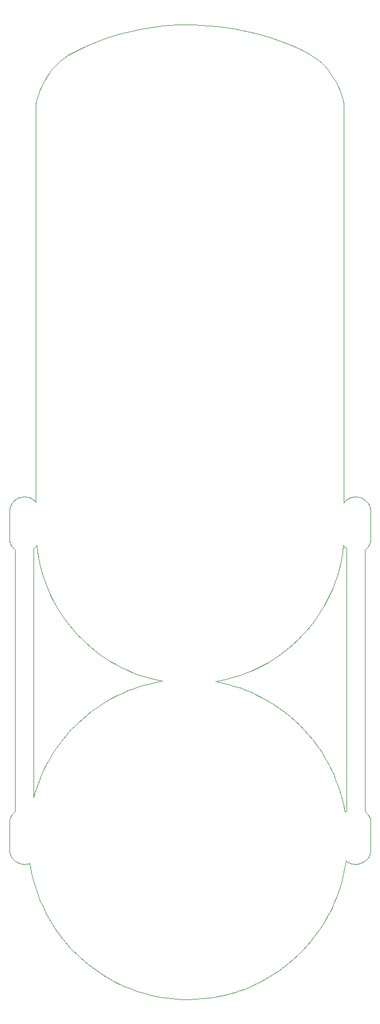
<source format=gbr>
%TF.GenerationSoftware,KiCad,Pcbnew,7.0.1*%
%TF.CreationDate,2023-08-12T23:39:36-05:00*%
%TF.ProjectId,BSidesKC23,42536964-6573-44b4-9332-332e6b696361,1.1*%
%TF.SameCoordinates,Original*%
%TF.FileFunction,Profile,NP*%
%FSLAX46Y46*%
G04 Gerber Fmt 4.6, Leading zero omitted, Abs format (unit mm)*
G04 Created by KiCad (PCBNEW 7.0.1) date 2023-08-12 23:39:36*
%MOMM*%
%LPD*%
G01*
G04 APERTURE LIST*
%TA.AperFunction,Profile*%
%ADD10C,0.100000*%
%TD*%
G04 APERTURE END LIST*
D10*
X118496000Y-172619500D02*
X118639000Y-172441500D01*
X104811000Y-133505500D02*
X103909000Y-133331500D01*
X114317000Y-128825200D02*
X115051000Y-128239000D01*
X121703000Y-167489500D02*
X122019000Y-166776500D01*
X106865000Y-134041500D02*
X107700000Y-134290000D01*
X120932000Y-40440440D02*
X120520000Y-39969510D01*
X112778000Y-129909000D02*
X113559000Y-129382200D01*
X82581000Y-140098500D02*
X82139000Y-140553500D01*
X84613000Y-176232500D02*
X85204000Y-176691500D01*
X73558700Y-153001500D02*
X73349400Y-153185500D01*
X77791000Y-42579600D02*
X77522600Y-43127400D01*
X119457000Y-123387600D02*
X119971000Y-122598000D01*
X127110000Y-106294400D02*
X126981000Y-106122200D01*
X115752000Y-175477500D02*
X115796000Y-175437500D01*
X87059000Y-177960500D02*
X87331000Y-178126500D01*
X73205100Y-160234500D02*
X73349400Y-160392500D01*
X122312000Y-166053500D02*
X122581000Y-165321500D01*
X91336000Y-131943500D02*
X92220000Y-132279500D01*
X92517000Y-180452500D02*
X93296000Y-180681500D01*
X78791000Y-169464500D02*
X79177000Y-170106500D01*
X83598000Y-126835800D02*
X84269000Y-127477100D01*
X77755900Y-167474500D02*
X78240600Y-168462500D01*
X127448000Y-107095100D02*
X127393000Y-106880600D01*
X73205100Y-106122200D02*
X73076200Y-106294400D01*
X116713000Y-139955500D02*
X115980000Y-139261500D01*
X81510000Y-173290000D02*
X81887000Y-173676500D01*
X73349400Y-153185500D02*
X73205100Y-153344500D01*
X72793400Y-112253700D02*
X72869100Y-112459400D01*
X82930000Y-174748500D02*
X83476000Y-175259500D01*
X91747000Y-180196500D02*
X92517000Y-180452500D01*
X127483000Y-111817400D02*
X127494000Y-111589100D01*
X123421000Y-106204400D02*
X123421000Y-60092000D01*
X114050000Y-176852500D02*
X114373000Y-176610500D01*
X94797000Y-33978270D02*
X93681000Y-34138560D01*
X124983000Y-105317900D02*
X124761000Y-105352100D01*
X127393000Y-154102500D02*
X127317000Y-153896500D01*
X80996000Y-38720520D02*
X80503000Y-39114180D01*
X78773000Y-169433500D02*
X78791000Y-169464500D01*
X99734000Y-181554500D02*
X100861000Y-181528500D01*
X123541000Y-161680500D02*
X123642000Y-161083500D01*
X121508000Y-146643500D02*
X121510000Y-146643500D01*
X81742000Y-124759800D02*
X82333000Y-125476400D01*
X74480500Y-105352100D02*
X74266100Y-105407600D01*
X72793400Y-154102500D02*
X72737900Y-154316500D01*
X127483000Y-154539500D02*
X127448000Y-154317500D01*
X106620000Y-34270850D02*
X105410000Y-34090890D01*
X123369000Y-112677900D02*
X123369000Y-112677800D01*
X74974600Y-105306300D02*
X74930700Y-105306300D01*
X92393000Y-134099500D02*
X91538000Y-134389500D01*
X122005000Y-41962300D02*
X121675000Y-41440410D01*
X72963800Y-112655100D02*
X73076200Y-112839700D01*
X115928000Y-37001730D02*
X114813000Y-36529550D01*
X79668000Y-121667100D02*
X80141000Y-122472600D01*
X72692100Y-111589100D02*
X72703700Y-111817400D01*
X123961000Y-105690400D02*
X123788000Y-105819300D01*
X115219000Y-138596500D02*
X114430000Y-137964500D01*
X127223000Y-159877500D02*
X127317000Y-159681500D01*
X105708000Y-133714500D02*
X105706000Y-133714500D01*
X110100000Y-135330000D02*
X110840000Y-135680000D01*
X98915000Y-181540500D02*
X99734000Y-181554500D01*
X89047000Y-135447500D02*
X88244000Y-135862500D01*
X124547000Y-105407600D02*
X124341000Y-105483300D01*
X119788000Y-170882500D02*
X120215000Y-170229500D01*
X75202900Y-105317900D02*
X74974600Y-105306300D01*
X127393000Y-112253800D02*
X127448000Y-112039300D01*
X85068000Y-36611230D02*
X84047000Y-37061590D01*
X122626000Y-165195500D02*
X122626000Y-165194500D01*
X103909000Y-133331500D02*
X104870000Y-133153500D01*
X72737900Y-112039300D02*
X72793400Y-112253700D01*
X72963800Y-106479000D02*
X72869100Y-106674800D01*
X72737900Y-154316500D02*
X72703700Y-154539500D01*
X122574000Y-43030300D02*
X122305000Y-42493400D01*
X76749200Y-149558500D02*
X76530400Y-150252500D01*
X98099000Y-181499500D02*
X98915000Y-181540500D01*
X126628000Y-153001500D02*
X126628000Y-113354900D01*
X75845000Y-105483300D02*
X75639300Y-105407600D01*
X81887000Y-173676500D02*
X82401000Y-174220500D01*
X73076200Y-112839700D02*
X73205100Y-113011800D01*
X108851000Y-179774500D02*
X109458000Y-179516500D01*
X106350000Y-180635500D02*
X106985000Y-180445500D01*
X76927300Y-165443500D02*
X77318000Y-166467500D01*
X76288700Y-163345500D02*
X76584100Y-164402500D01*
X119342000Y-143021500D02*
X118733000Y-142214500D01*
X72963700Y-159877500D02*
X73076100Y-160062500D01*
X103106000Y-181319500D02*
X104218000Y-181136500D01*
X78818000Y-119996500D02*
X79227000Y-120841500D01*
X82333000Y-125476400D02*
X82952000Y-126168700D01*
X119622000Y-39105640D02*
X119137000Y-38720640D01*
X118090000Y-141433500D02*
X117417000Y-140680500D01*
X109458000Y-179516500D02*
X110059000Y-179242500D01*
X109017000Y-34734980D02*
X107823000Y-34485360D01*
X100861000Y-181528500D02*
X101986000Y-181449500D01*
X73680100Y-105690400D02*
X73508000Y-105819300D01*
X108640000Y-134670000D02*
X109350000Y-134940000D01*
X77250800Y-148188500D02*
X76989300Y-148870500D01*
X126678000Y-105819300D02*
X126506000Y-105690400D01*
X123369000Y-112677800D02*
X123486000Y-112830600D01*
X125255000Y-105306300D02*
X125212000Y-105306300D01*
X120520000Y-39969510D02*
X120083000Y-39523250D01*
X76333000Y-150951500D02*
X76333000Y-113156800D01*
X104405000Y-181100500D02*
X104406000Y-181100500D01*
X97042000Y-33762390D02*
X95918000Y-33852710D01*
X123421000Y-45731600D02*
X123421000Y-45704200D01*
X88039000Y-178534500D02*
X88759000Y-178917500D01*
X90376000Y-34822840D02*
X89291000Y-35117070D01*
X74266000Y-160948500D02*
X74480500Y-161004500D01*
X77522600Y-43127400D02*
X77287700Y-43676700D01*
X127393000Y-106880600D02*
X127317000Y-106674800D01*
X87196000Y-129766000D02*
X87984000Y-130265000D01*
X121510000Y-146643500D02*
X121509000Y-146642500D01*
X122626000Y-165193500D02*
X122816000Y-164617500D01*
X111976000Y-130404800D02*
X112778000Y-129909000D01*
X122816000Y-164617500D02*
X122991000Y-164036500D01*
X119787000Y-170884500D02*
X119788000Y-170882500D01*
X81140000Y-172870000D02*
X81510000Y-173290000D01*
X105708000Y-180807500D02*
X106350000Y-180635500D01*
X127483000Y-107317100D02*
X127448000Y-107095100D01*
X83041000Y-37541660D02*
X82052000Y-38050960D01*
X124404000Y-160898500D02*
X124596000Y-160963500D01*
X127317000Y-159681500D02*
X127393000Y-159475500D01*
X123505000Y-152705000D02*
X123555000Y-153130000D01*
X127448000Y-112039300D02*
X127483000Y-111817400D01*
X104219000Y-181136500D02*
X104405000Y-181100500D01*
X82952000Y-126168700D02*
X83598000Y-126835800D01*
X117203000Y-174081500D02*
X117865000Y-173362500D01*
X88217000Y-35443520D02*
X87155000Y-35801700D01*
X124795000Y-161011500D02*
X125001000Y-161040500D01*
X127110000Y-153516500D02*
X126981000Y-153344500D01*
X126322000Y-105578000D02*
X126126000Y-105483300D01*
X73864600Y-160778500D02*
X74060300Y-160873500D01*
X110059000Y-179242500D02*
X110653000Y-178950500D01*
X119203000Y-171707500D02*
X119735000Y-170960500D01*
X76225300Y-105690400D02*
X76040700Y-105578000D01*
X89490000Y-179275500D02*
X90233000Y-179608500D01*
X81711000Y-141017500D02*
X81296000Y-141491500D01*
X115796000Y-175437500D02*
X115797000Y-175437500D01*
X81513000Y-38364710D02*
X80996000Y-38720520D01*
X127483000Y-159039500D02*
X127494000Y-158811500D01*
X112777000Y-136799500D02*
X111913000Y-136268500D01*
X123417000Y-45676800D02*
X123320000Y-45164300D01*
X82401000Y-174220500D02*
X82930000Y-174748500D01*
X94135000Y-133617500D02*
X93259000Y-133841500D01*
X122626000Y-165194500D02*
X122626000Y-165193500D01*
X123085000Y-114624200D02*
X123247000Y-113657500D01*
X125705000Y-105352100D02*
X125483000Y-105317900D01*
X76686900Y-112813600D02*
X76816200Y-112641100D01*
X118912000Y-124154700D02*
X119457000Y-123387600D01*
X123788000Y-105819300D02*
X123630000Y-105963600D01*
X105817000Y-132935500D02*
X106749000Y-132681500D01*
X96478000Y-181334500D02*
X97287000Y-181430500D01*
X75424900Y-105352100D02*
X75202900Y-105317900D01*
X98170000Y-33707810D02*
X97042000Y-33762390D01*
X127448000Y-154317500D02*
X127393000Y-154102500D01*
X120966000Y-145590500D02*
X120460000Y-144710500D01*
X126837000Y-160392500D02*
X126981000Y-160234500D01*
X118102000Y-38064390D02*
X118101000Y-38063880D01*
X126126000Y-160873500D02*
X126321000Y-160778500D01*
X127494000Y-107545400D02*
X127483000Y-107317100D01*
X85204000Y-176691500D02*
X85808000Y-177133500D01*
X123727000Y-160483500D02*
X123881000Y-160608500D01*
X110653000Y-178950500D02*
X111238000Y-178642500D01*
X118733000Y-142214500D02*
X118090000Y-141433500D01*
X123881000Y-160608500D02*
X124045000Y-160720500D01*
X73864700Y-105578000D02*
X73680100Y-105690400D01*
X127317000Y-112459400D02*
X127393000Y-112253800D01*
X83035000Y-139653500D02*
X83035000Y-139654500D01*
X77794600Y-117354100D02*
X78101000Y-118252100D01*
X74980000Y-161055000D02*
X74680000Y-161030000D01*
X122055000Y-118343700D02*
X122368000Y-117437600D01*
X72869100Y-153896500D02*
X72793400Y-154102500D01*
X111375000Y-35341810D02*
X110202000Y-35020270D01*
X78765900Y-145070500D02*
X78459100Y-145618500D01*
X123555000Y-153130000D02*
X123830000Y-152930000D01*
X72869100Y-112459400D02*
X72963800Y-112655100D01*
X119971000Y-122598000D02*
X120454000Y-121786800D01*
X117417000Y-140680500D02*
X116713000Y-139955500D01*
X74060400Y-105483300D02*
X73864700Y-105578000D01*
X76707800Y-45838100D02*
X76707800Y-45861300D01*
X105060000Y-180962500D02*
X105708000Y-180807500D01*
X77287700Y-43676700D02*
X77087700Y-44223800D01*
X115051000Y-128239000D02*
X115761000Y-127624300D01*
X83035000Y-139654500D02*
X82581000Y-140098500D01*
X73349400Y-160392500D02*
X73507900Y-160537500D01*
X127494000Y-158811500D02*
X127494000Y-154767500D01*
X88793000Y-130733200D02*
X89622000Y-131169600D01*
X119736000Y-170959500D02*
X119787000Y-170885500D01*
X126506000Y-160666500D02*
X126678000Y-160537500D01*
X73205100Y-113011800D02*
X73349400Y-113170400D01*
X93120000Y-132581500D02*
X94037000Y-132846500D01*
X104218000Y-181136500D02*
X104219000Y-181136500D01*
X77318000Y-166467500D02*
X77755900Y-167474500D01*
X72692100Y-154767500D02*
X72692100Y-158810500D01*
X119735000Y-170960500D02*
X119736000Y-170959500D01*
X124341000Y-105483300D02*
X124145000Y-105578000D01*
X122195000Y-148195500D02*
X121866000Y-147415500D01*
X83037000Y-139651500D02*
X83035000Y-139653500D01*
X123151000Y-163452500D02*
X123296000Y-162865500D01*
X118630000Y-38372240D02*
X118102000Y-38064390D01*
X126837000Y-105963600D02*
X126678000Y-105819300D01*
X121003000Y-168883500D02*
X121365000Y-168192500D01*
X123830000Y-152930000D02*
X123826000Y-152803500D01*
X94968000Y-133074500D02*
X95914000Y-133265500D01*
X121675000Y-41440410D02*
X121317000Y-40932070D01*
X72692100Y-158810500D02*
X72703700Y-159039500D01*
X79227000Y-120841500D02*
X79668000Y-121667100D01*
X123320000Y-45164300D02*
X123186000Y-44639800D01*
X127110000Y-160062500D02*
X127223000Y-159877500D01*
X83476000Y-175259500D02*
X84037000Y-175754500D01*
X80007000Y-171351500D02*
X80390000Y-171890000D01*
X123224000Y-151395500D02*
X123010000Y-150584500D01*
X123486000Y-112830600D02*
X123616000Y-112972400D01*
X84469000Y-138390500D02*
X83768000Y-138983500D01*
X84037000Y-175754500D02*
X84613000Y-176232500D01*
X123630000Y-105963600D02*
X123421000Y-106204400D01*
X125920000Y-105407600D02*
X125705000Y-105352100D01*
X124145000Y-105578000D02*
X123961000Y-105690400D01*
X105410000Y-34090890D02*
X104194000Y-33944920D01*
X80894000Y-141974500D02*
X80506000Y-142467500D01*
X77887200Y-146738500D02*
X77622400Y-147311500D01*
X125001000Y-161040500D02*
X125212000Y-161050500D01*
X127223000Y-153700500D02*
X127110000Y-153516500D01*
X73076100Y-153516500D02*
X72963700Y-153700500D01*
X73076100Y-160062500D02*
X73205100Y-160234500D01*
X126678000Y-160537500D02*
X126837000Y-160392500D01*
X126981000Y-113011900D02*
X127110000Y-112839700D01*
X85686000Y-128678400D02*
X86430000Y-129236800D01*
X86430000Y-129236800D02*
X87196000Y-129766000D01*
X87456000Y-136308500D02*
X86683000Y-136784500D01*
X127223000Y-112655200D02*
X127317000Y-112459400D01*
X85189000Y-137825500D02*
X84469000Y-138390500D01*
X77289900Y-115511100D02*
X77523900Y-116440200D01*
X124596000Y-160963500D02*
X124795000Y-161011500D01*
X85808000Y-177133500D02*
X86427000Y-177556500D01*
X118101000Y-38063880D02*
X117024000Y-37512980D01*
X101751000Y-33752630D02*
X100526000Y-33705190D01*
X76040700Y-105578000D02*
X75845000Y-105483300D01*
X123410000Y-152214500D02*
X123224000Y-151395500D01*
X85928000Y-137289500D02*
X85189000Y-137825500D01*
X76935200Y-113610800D02*
X77093400Y-114567700D01*
X80503000Y-39114180D02*
X80034000Y-39541510D01*
X99300000Y-33689470D02*
X98170000Y-33707810D01*
X75797300Y-160891500D02*
X75580000Y-160980000D01*
X126837000Y-153185500D02*
X126628000Y-153001500D01*
X73508000Y-105819300D02*
X73349400Y-105963600D01*
X126126000Y-105483300D02*
X125920000Y-105407600D01*
X125255000Y-161050500D02*
X125483000Y-161038500D01*
X78101000Y-118252100D02*
X78442500Y-119133100D01*
X80720000Y-172340000D02*
X81140000Y-172870000D01*
X123826000Y-113156800D02*
X123826000Y-152803500D01*
X114430000Y-137964500D02*
X113616000Y-137364500D01*
X86105000Y-36191100D02*
X85068000Y-36611230D01*
X120905000Y-120955000D02*
X121322000Y-120103200D01*
X127494000Y-111589100D02*
X127494000Y-107545400D01*
X76555900Y-105963600D02*
X76397400Y-105819300D01*
X79087000Y-144532500D02*
X78765900Y-145070500D01*
X123410000Y-152214500D02*
X123505000Y-152705000D01*
X78091600Y-42037000D02*
X77791000Y-42579600D01*
X82139000Y-140553500D02*
X81711000Y-141017500D01*
X79177000Y-170106500D02*
X79582000Y-170735500D01*
X95918000Y-33852710D02*
X94797000Y-33978270D01*
X90470000Y-131573400D02*
X91336000Y-131943500D01*
X100526000Y-33705190D02*
X99300000Y-33689470D01*
X109350000Y-134940000D02*
X110100000Y-135330000D01*
X125705000Y-161004500D02*
X125920000Y-160948500D01*
X115072000Y-176056500D02*
X115752000Y-175477500D01*
X74480500Y-161004500D02*
X74680000Y-161030000D01*
X111238000Y-178642500D02*
X111817000Y-178317500D01*
X84047000Y-37061590D02*
X83041000Y-37541660D01*
X73558700Y-113354900D02*
X73558700Y-153001500D01*
X110202000Y-35020270D02*
X109017000Y-34734980D01*
X123296000Y-162865500D02*
X123426000Y-162274500D01*
X97287000Y-181430500D02*
X98099000Y-181499500D01*
X72793400Y-159475500D02*
X72869100Y-159681500D01*
X123010000Y-150584500D02*
X122767000Y-149780500D01*
X73680100Y-160666500D02*
X73864600Y-160778500D01*
X76816100Y-112641100D02*
X76935200Y-113610800D01*
X101986000Y-181449500D02*
X103106000Y-181319500D01*
X112535000Y-35700160D02*
X111375000Y-35341810D01*
X72692100Y-107545400D02*
X72692100Y-111589100D01*
X116513000Y-174773500D02*
X117203000Y-174081500D01*
X126321000Y-160778500D02*
X126506000Y-160666500D01*
X76923900Y-44765000D02*
X76797900Y-45296600D01*
X108236000Y-180015500D02*
X108851000Y-179774500D01*
X120460000Y-144710500D02*
X119918000Y-143853500D01*
X121365000Y-168192500D02*
X121703000Y-167489500D01*
X78442500Y-119133100D02*
X78818000Y-119996500D01*
X74702400Y-105317900D02*
X74480500Y-105352100D01*
X80645000Y-123257000D02*
X81179000Y-124019700D01*
X122884000Y-115577000D02*
X123085000Y-114624200D01*
X84965000Y-128091500D02*
X85686000Y-128678400D01*
X126506000Y-105690400D02*
X126322000Y-105578000D01*
X99300000Y-33689470D02*
X99300000Y-33689470D01*
X124045000Y-160720500D02*
X124220000Y-160817500D01*
X127317000Y-153896500D02*
X127223000Y-153700500D01*
X95674000Y-181211500D02*
X96478000Y-181334500D01*
X90695000Y-134710500D02*
X89864000Y-135063500D01*
X78459100Y-145618500D02*
X78166100Y-146174500D01*
X107665000Y-132389500D02*
X108564000Y-132061500D01*
X123186000Y-44639800D02*
X123016000Y-44107000D01*
X75639300Y-105407600D02*
X75424900Y-105352100D01*
X115980000Y-139261500D02*
X115219000Y-138596500D01*
X122645000Y-116515100D02*
X122884000Y-115577000D01*
X119918000Y-143853500D02*
X119342000Y-143021500D01*
X121317000Y-40932070D02*
X120932000Y-40440440D01*
X79421000Y-144002500D02*
X79087000Y-144532500D01*
X110840000Y-135680000D02*
X111913000Y-136268500D01*
X123016000Y-44107000D02*
X122812000Y-43569300D01*
X73076200Y-106294400D02*
X72963800Y-106479000D01*
X121436000Y-146493500D02*
X121435000Y-146492500D01*
X78166100Y-146174500D02*
X77887200Y-146738500D01*
X83768000Y-138983500D02*
X83086000Y-139606500D01*
X106985000Y-180445500D02*
X107614000Y-180239500D01*
X88244000Y-135862500D02*
X87456000Y-136308500D01*
X112387000Y-177976500D02*
X112949000Y-177618500D01*
X104870000Y-133153500D02*
X105817000Y-132935500D01*
X81179000Y-124019700D02*
X81742000Y-124759800D01*
X122991000Y-164036500D02*
X123151000Y-163452500D01*
X121866000Y-147415500D02*
X121508000Y-146643500D01*
X72703700Y-107317100D02*
X72692100Y-107545400D01*
X127393000Y-159475500D02*
X127448000Y-159261500D01*
X105706000Y-133714500D02*
X104811000Y-133505500D01*
X125483000Y-161038500D02*
X125705000Y-161004500D01*
X121509000Y-146642500D02*
X121508000Y-146640500D01*
X125212000Y-105306300D02*
X124983000Y-105317900D01*
X89622000Y-131169600D02*
X90470000Y-131573400D01*
X114813000Y-36529550D02*
X113682000Y-36095880D01*
X79582000Y-170735500D02*
X80007000Y-171351500D01*
X113559000Y-129382200D02*
X114317000Y-128825200D01*
X122368000Y-117437600D02*
X122645000Y-116515100D01*
X123616000Y-112972400D02*
X123826000Y-113156800D01*
X121508000Y-146640500D02*
X121436000Y-146493500D01*
X73349400Y-113170400D02*
X73558700Y-113354900D01*
X127223000Y-106479000D02*
X127110000Y-106294400D01*
X104194000Y-33944920D02*
X102974000Y-33832350D01*
X76333000Y-113156800D02*
X76542300Y-112972400D01*
X118496000Y-172619500D02*
X118496000Y-172619500D01*
X93296000Y-180681500D02*
X94082000Y-180884500D01*
X122019000Y-166776500D02*
X122312000Y-166053500D01*
X73507900Y-160537500D02*
X73680100Y-160666500D01*
X120454000Y-121786800D02*
X120905000Y-120955000D01*
X73349400Y-105963600D02*
X73205100Y-106122200D01*
X77523900Y-116440200D02*
X77794600Y-117354100D01*
X89864000Y-135063500D02*
X89047000Y-135447500D01*
X123247000Y-113657500D02*
X123369000Y-112677900D01*
X126981000Y-106122200D02*
X126837000Y-105963600D01*
X124761000Y-105352100D02*
X124547000Y-105407600D01*
X78784000Y-40983470D02*
X78422900Y-41503460D01*
X123421000Y-45704200D02*
X123417000Y-45676800D01*
X92220000Y-132279500D02*
X93120000Y-132581500D01*
X78422900Y-41503460D02*
X78091600Y-42037000D01*
X87155000Y-35801700D02*
X86105000Y-36191100D01*
X72737900Y-159261500D02*
X72793400Y-159475500D01*
X112949000Y-177618500D02*
X113504000Y-177243500D01*
X126981000Y-153344500D02*
X126837000Y-153185500D01*
X77622400Y-147311500D02*
X77371700Y-147893500D01*
X118639000Y-172441500D02*
X119203000Y-171707500D01*
X76584100Y-164402500D02*
X76927300Y-165443500D01*
X117734000Y-125618400D02*
X118338000Y-124898600D01*
X77087700Y-44223800D02*
X76923900Y-44765000D01*
X79174000Y-40480350D02*
X78784000Y-40983470D01*
X123369000Y-112677800D02*
X123369000Y-112677800D01*
X80034000Y-39541510D02*
X79591000Y-39998290D01*
X73205100Y-153344500D02*
X73076100Y-153516500D01*
X111817000Y-178317500D02*
X112387000Y-177976500D01*
X122495000Y-148983500D02*
X122195000Y-148195500D01*
X74060300Y-160873500D02*
X74266000Y-160948500D01*
X107700000Y-134290000D02*
X108640000Y-134670000D01*
X76989300Y-148870500D02*
X76749200Y-149558500D01*
X72869100Y-106674800D02*
X72793400Y-106880600D01*
X122581000Y-165321500D02*
X122626000Y-165195500D01*
X78772000Y-169431500D02*
X78773000Y-169433500D01*
X123642000Y-161083500D02*
X123727000Y-160483500D01*
X115761000Y-127624300D02*
X116445000Y-126982100D01*
X126628000Y-113354900D02*
X126837000Y-113170400D01*
X120215000Y-170229500D02*
X120620000Y-169562500D01*
X125920000Y-160948500D02*
X126126000Y-160873500D01*
X90985000Y-179915500D02*
X91747000Y-180196500D01*
X117024000Y-37512980D02*
X115928000Y-37001730D01*
X116445000Y-126982100D02*
X117103000Y-126313200D01*
X122812000Y-43569300D02*
X122574000Y-43030300D01*
X113504000Y-177243500D02*
X114050000Y-176852500D01*
X109445000Y-131697800D02*
X110309000Y-131300100D01*
X127110000Y-112839700D02*
X127223000Y-112655200D01*
X119137000Y-38720640D02*
X118630000Y-38372240D01*
X102974000Y-33832350D02*
X101751000Y-33752630D01*
X76041500Y-162273500D02*
X76288700Y-163345500D01*
X72963700Y-153700500D02*
X72869100Y-153896500D01*
X86427000Y-177556500D02*
X87059000Y-177960500D01*
X76397400Y-105819300D02*
X76225300Y-105690400D01*
X111152000Y-130868800D02*
X111976000Y-130404800D01*
X76710800Y-45814800D02*
X76707800Y-45838100D01*
X72869100Y-159681500D02*
X72963700Y-159877500D01*
X91470000Y-34561350D02*
X90376000Y-34822840D01*
X94875000Y-181061500D02*
X95674000Y-181211500D01*
X127494000Y-154767500D02*
X127483000Y-154539500D01*
X93259000Y-133841500D02*
X92393000Y-134099500D01*
X104406000Y-181100500D02*
X105060000Y-180962500D01*
X126837000Y-113170400D02*
X126981000Y-113011900D01*
X72703700Y-111817400D02*
X72737900Y-112039300D01*
X107614000Y-180239500D02*
X108236000Y-180015500D01*
X125483000Y-105317900D02*
X125255000Y-105306300D01*
X106865000Y-134041500D02*
X105857000Y-133753500D01*
X114373000Y-176610500D02*
X115072000Y-176056500D01*
X79591000Y-39998290D02*
X79174000Y-40480350D01*
X105857000Y-133753500D02*
X105708000Y-133714500D01*
X86683000Y-136784500D02*
X85928000Y-137289500D01*
X76707800Y-106131500D02*
X76555900Y-105963600D01*
X120083000Y-39523250D02*
X119622000Y-39105640D01*
X74266100Y-105407600D02*
X74060400Y-105483300D01*
X123426000Y-162274500D02*
X123541000Y-161680500D01*
X80390000Y-171890000D02*
X80720000Y-172340000D01*
X113616000Y-137364500D02*
X112777000Y-136799500D01*
X72703700Y-154539500D02*
X72692100Y-154767500D01*
X72793400Y-106880600D02*
X72737900Y-107095100D01*
X118338000Y-124898600D02*
X118912000Y-124154700D01*
X82052000Y-38050960D02*
X81513000Y-38364710D01*
X75580000Y-160980000D02*
X75280000Y-161030000D01*
X106749000Y-132681500D02*
X107665000Y-132389500D01*
X75797300Y-160891500D02*
X76041500Y-162273500D01*
X93681000Y-34138560D02*
X92572000Y-34333090D01*
X77371700Y-147893500D02*
X77250800Y-148188500D01*
X90233000Y-179608500D02*
X90985000Y-179915500D01*
X76542300Y-112972400D02*
X76686900Y-112813600D01*
X77093400Y-114567700D02*
X77289900Y-115511100D01*
X72703700Y-159039500D02*
X72737900Y-159261500D01*
X76707800Y-59962300D02*
X76707800Y-106131500D01*
X126981000Y-160234500D02*
X127110000Y-160062500D01*
X122305000Y-42493400D02*
X122005000Y-41962300D01*
X94037000Y-132846500D02*
X94968000Y-133074500D01*
X92572000Y-34333090D02*
X91470000Y-34561350D01*
X87331000Y-178126500D02*
X88039000Y-178534500D01*
X94082000Y-180884500D02*
X94875000Y-181061500D01*
X79769000Y-143481500D02*
X79421000Y-144002500D01*
X121706000Y-119232500D02*
X122055000Y-118343700D01*
X122767000Y-149780500D02*
X122495000Y-148983500D01*
X117103000Y-126313200D02*
X117734000Y-125618400D01*
X76707800Y-45861300D02*
X76707800Y-59962300D01*
X83086000Y-139606500D02*
X83037000Y-139651500D01*
X80506000Y-142467500D02*
X80131000Y-142969500D01*
X89291000Y-35117070D02*
X88217000Y-35443520D01*
X117865000Y-173362500D02*
X118496000Y-172619500D01*
X99300000Y-33689470D02*
X99300000Y-33689470D01*
X74930700Y-105306300D02*
X74702400Y-105317900D01*
X81296000Y-141491500D02*
X80894000Y-141974500D01*
X78240600Y-168462500D02*
X78772000Y-169431500D01*
X80131000Y-142969500D02*
X79769000Y-143481500D01*
X119787000Y-170885500D02*
X119787000Y-170884500D01*
X125212000Y-161050500D02*
X125255000Y-161050500D01*
X121322000Y-120103200D02*
X121706000Y-119232500D01*
X84269000Y-127477100D02*
X84965000Y-128091500D01*
X87984000Y-130265000D02*
X88793000Y-130733200D01*
X113682000Y-36095880D02*
X112535000Y-35700160D01*
X110309000Y-131300100D02*
X111152000Y-130868800D01*
X127317000Y-106674800D02*
X127223000Y-106479000D01*
X107823000Y-34485360D02*
X106620000Y-34270850D01*
X88759000Y-178917500D02*
X89490000Y-179275500D01*
X95914000Y-133265500D02*
X95020000Y-133424500D01*
X76530400Y-150252500D02*
X76333000Y-150951500D01*
X121435000Y-146492500D02*
X120966000Y-145590500D01*
X91538000Y-134389500D02*
X90695000Y-134710500D01*
X124220000Y-160817500D02*
X124404000Y-160898500D01*
X115797000Y-175437500D02*
X116513000Y-174773500D01*
X120620000Y-169562500D02*
X121003000Y-168883500D01*
X76797900Y-45296600D02*
X76710800Y-45814800D01*
X95020000Y-133424500D02*
X94135000Y-133617500D01*
X127448000Y-159261500D02*
X127483000Y-159039500D01*
X108564000Y-132061500D02*
X109445000Y-131697800D01*
X72737900Y-107095100D02*
X72703700Y-107317100D01*
X75280000Y-161030000D02*
X74980000Y-161055000D01*
X80141000Y-122472600D02*
X80645000Y-123257000D01*
X123421000Y-60092000D02*
X123421000Y-45731600D01*
M02*

</source>
